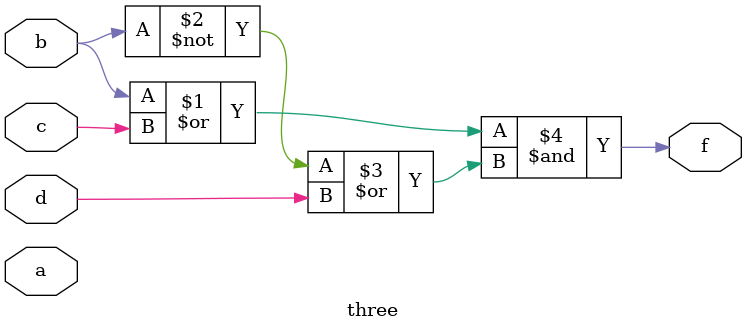
<source format=v>
module three(a,b,c,d,f);
	input a,b,c,d;
	output f;
	assign f = (b|c)&((~b)|d);
endmodule

</source>
